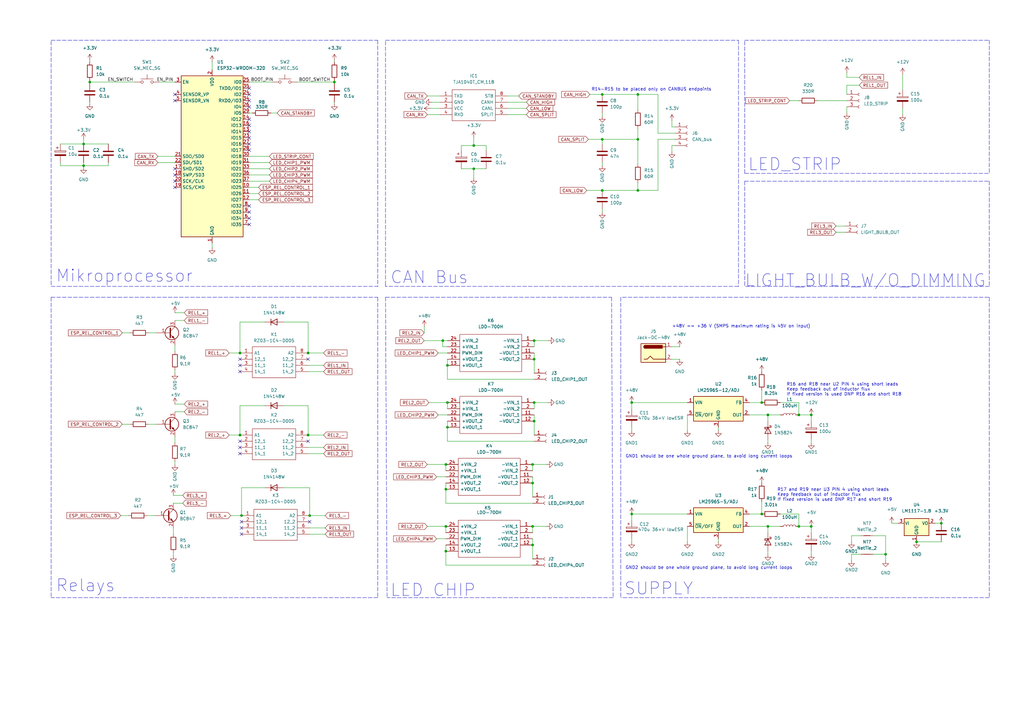
<source format=kicad_sch>
(kicad_sch (version 20211123) (generator eeschema)
  (paper "A3")
  (title_block (title "Osvetlenie") (date "2022-10-14") (rev "V0.1") (company "FEI STU") (comment 1 "Timovy projekt") (comment 2 "Osvetlenie"))
  (junction (at 127 211.455))
  (junction (at 261.62 38.735))
  (junction (at 182.88 200.66))
  (junction (at 137.16 33.655))
  (junction (at 182.88 215.9))
  (junction (at 332.74 170.18))
  (junction (at 218.44 215.9))
  (junction (at 247.015 78.105))
  (junction (at 98.425 144.78))
  (junction (at 386.08 214.63))
  (junction (at 183.515 175.26))
  (junction (at 314.96 170.18))
  (junction (at 194.31 69.215))
  (junction (at 98.425 178.435))
  (junction (at 327.66 215.9))
  (junction (at 247.015 57.15))
  (junction (at 375.92 222.25))
  (junction (at 259.08 165.1))
  (junction (at 34.29 67.945))
  (junction (at 183.515 149.86))
  (junction (at 218.44 198.12))
  (junction (at 259.08 210.82))
  (junction (at 219.075 165.1))
  (junction (at 314.96 215.9))
  (junction (at 218.44 190.5))
  (junction (at 247.015 38.735))
  (junction (at 363.22 227.33))
  (junction (at 36.83 33.655))
  (junction (at 219.075 172.72))
  (junction (at 99.06 211.455))
  (junction (at 327.66 170.18))
  (junction (at 183.515 165.1))
  (junction (at 182.88 190.5))
  (junction (at 219.075 139.7))
  (junction (at 218.44 223.52))
  (junction (at 126.365 144.78))
  (junction (at 312.42 210.82))
  (junction (at 181.61 139.7))
  (junction (at 126.365 178.435))
  (junction (at 261.62 57.15))
  (junction (at 219.075 147.32))
  (junction (at 261.62 78.105))
  (junction (at 182.88 226.06))
  (junction (at 332.74 215.9))
  (junction (at 194.31 59.69))
  (junction (at 312.42 165.1))
  (junction (at 34.29 59.055))
  (no_connect (at 102.235 41.275))
  (no_connect (at 102.235 38.735))
  (no_connect (at 102.235 43.815))
  (no_connect (at 102.235 51.435))
  (no_connect (at 102.235 89.535))
  (no_connect (at 102.235 92.075))
  (no_connect (at 71.755 69.215))
  (no_connect (at 71.755 71.755))
  (no_connect (at 71.755 74.295))
  (no_connect (at 71.755 76.835))
  (no_connect (at 71.755 38.735))
  (no_connect (at 71.755 41.275))
  (no_connect (at 102.235 36.195))
  (no_connect (at 126.365 147.32))
  (no_connect (at 98.425 147.32))
  (no_connect (at 102.235 86.995))
  (no_connect (at 102.235 84.455))
  (no_connect (at 102.235 59.055))
  (no_connect (at 102.235 61.595))
  (no_connect (at 102.235 56.515))
  (no_connect (at 102.235 53.975))
  (no_connect (at 102.235 48.895))
  (no_connect (at 98.425 149.86))
  (no_connect (at 98.425 152.4))
  (no_connect (at 98.425 180.975))
  (no_connect (at 127 213.995))
  (no_connect (at 98.425 183.515))
  (no_connect (at 98.425 186.055))
  (no_connect (at 126.365 180.975))
  (no_connect (at 99.06 213.995))
  (no_connect (at 99.06 216.535))
  (no_connect (at 99.06 219.075))
  (wire (pts (xy 314.96 215.9) (xy 320.04 215.9)))
  (wire (pts (xy 269.875 78.105) (xy 261.62 78.105)))
  (polyline (pts (xy 20.955 121.92) (xy 20.955 245.11)))
  (wire (pts (xy 108.585 200.025) (xy 99.06 200.025)))
  (polyline (pts (xy 405.765 121.92) (xy 405.765 245.11)))
  (wire (pts (xy 189.23 69.215) (xy 194.31 69.215)))
  (wire (pts (xy 349.25 229.87) (xy 349.25 227.33)))
  (wire (pts (xy 71.755 165.735) (xy 75.565 165.735)))
  (polyline (pts (xy 305.435 74.295) (xy 405.765 74.295)))
  (wire (pts (xy 93.98 178.435) (xy 98.425 178.435)))
  (wire (pts (xy 126.365 178.435) (xy 132.715 178.435)))
  (wire (pts (xy 218.44 215.9) (xy 218.44 218.44)))
  (wire (pts (xy 269.875 38.735) (xy 261.62 38.735)))
  (polyline (pts (xy 254.635 121.92) (xy 254.635 245.11)))
  (wire (pts (xy 183.515 147.32) (xy 183.515 149.86)))
  (polyline (pts (xy 305.435 74.295) (xy 305.435 117.475)))
  (wire (pts (xy 126.365 132.08) (xy 126.365 144.78)))
  (wire (pts (xy 182.88 215.9) (xy 182.88 218.44)))
  (wire (pts (xy 24.765 67.945) (xy 24.765 66.675)))
  (wire (pts (xy 347.345 43.815) (xy 347.345 46.355)))
  (wire (pts (xy 247.015 57.15) (xy 247.015 59.055)))
  (wire (pts (xy 294.64 175.26) (xy 294.64 176.53)))
  (wire (pts (xy 127 211.455) (xy 133.35 211.455)))
  (wire (pts (xy 349.25 227.33) (xy 353.06 227.33)))
  (wire (pts (xy 34.29 66.675) (xy 34.29 67.945)))
  (wire (pts (xy 276.86 54.61) (xy 269.875 54.61)))
  (wire (pts (xy 71.755 189.23) (xy 71.755 190.5)))
  (wire (pts (xy 224.155 190.5) (xy 218.44 190.5)))
  (wire (pts (xy 71.12 226.695) (xy 71.12 227.965)))
  (polyline (pts (xy 154.94 245.11) (xy 20.955 245.11)))
  (wire (pts (xy 189.23 61.595) (xy 189.23 59.69)))
  (wire (pts (xy 179.07 195.58) (xy 182.88 195.58)))
  (wire (pts (xy 327.66 210.82) (xy 327.66 215.9)))
  (wire (pts (xy 261.62 78.105) (xy 261.62 74.93)))
  (wire (pts (xy 347.345 34.925) (xy 347.345 38.735)))
  (wire (pts (xy 269.875 57.15) (xy 269.875 78.105)))
  (wire (pts (xy 275.59 59.69) (xy 275.59 62.23)))
  (wire (pts (xy 116.205 132.08) (xy 126.365 132.08)))
  (wire (pts (xy 275.59 142.24) (xy 278.765 142.24)))
  (wire (pts (xy 312.42 205.74) (xy 312.42 210.82)))
  (wire (pts (xy 332.74 180.34) (xy 332.74 181.61)))
  (wire (pts (xy 259.08 210.82) (xy 259.08 213.36)))
  (polyline (pts (xy 405.765 117.475) (xy 305.435 117.475)))
  (wire (pts (xy 102.235 74.295) (xy 110.49 74.295)))
  (polyline (pts (xy 302.895 16.51) (xy 302.895 117.475)))
  (wire (pts (xy 342.9 95.25) (xy 346.71 95.25)))
  (wire (pts (xy 347.345 29.845) (xy 347.345 31.75)))
  (wire (pts (xy 179.705 170.18) (xy 183.515 170.18)))
  (wire (pts (xy 34.29 59.055) (xy 44.45 59.055)))
  (wire (pts (xy 307.34 210.82) (xy 312.42 210.82)))
  (polyline (pts (xy 20.955 16.51) (xy 154.94 16.51)))
  (wire (pts (xy 261.62 57.15) (xy 247.015 57.15)))
  (wire (pts (xy 182.88 226.06) (xy 182.88 231.775)))
  (wire (pts (xy 183.515 175.26) (xy 183.515 180.975)))
  (wire (pts (xy 44.45 66.675) (xy 44.45 67.945)))
  (wire (pts (xy 98.425 132.08) (xy 98.425 144.78)))
  (wire (pts (xy 314.96 170.18) (xy 314.96 172.72)))
  (polyline (pts (xy 154.94 16.51) (xy 154.94 117.475)))
  (wire (pts (xy 323.85 41.275) (xy 327.66 41.275)))
  (wire (pts (xy 126.365 149.86) (xy 132.715 149.86)))
  (wire (pts (xy 219.075 147.32) (xy 219.075 153.035)))
  (wire (pts (xy 34.29 57.15) (xy 34.29 59.055)))
  (wire (pts (xy 102.235 79.375) (xy 106.045 79.375)))
  (wire (pts (xy 175.26 215.9) (xy 182.88 215.9)))
  (wire (pts (xy 358.14 219.71) (xy 363.22 219.71)))
  (wire (pts (xy 36.83 41.91) (xy 36.83 42.545)))
  (wire (pts (xy 86.995 25.4) (xy 86.995 28.575)))
  (wire (pts (xy 175.26 39.37) (xy 180.34 39.37)))
  (wire (pts (xy 175.26 46.99) (xy 180.34 46.99)))
  (wire (pts (xy 183.515 172.72) (xy 183.515 175.26)))
  (wire (pts (xy 261.62 67.31) (xy 261.62 57.15)))
  (wire (pts (xy 327.66 170.18) (xy 332.74 170.18)))
  (wire (pts (xy 269.875 54.61) (xy 269.875 38.735)))
  (wire (pts (xy 34.29 67.945) (xy 24.765 67.945)))
  (wire (pts (xy 177.165 41.91) (xy 180.34 41.91)))
  (wire (pts (xy 281.94 210.82) (xy 259.08 210.82)))
  (polyline (pts (xy 405.765 16.51) (xy 405.765 71.12)))
  (wire (pts (xy 44.45 67.945) (xy 34.29 67.945)))
  (wire (pts (xy 173.99 133.985) (xy 173.99 136.525)))
  (polyline (pts (xy 405.765 74.295) (xy 405.765 117.475)))
  (wire (pts (xy 224.79 139.7) (xy 219.075 139.7)))
  (wire (pts (xy 102.235 69.215) (xy 110.49 69.215)))
  (wire (pts (xy 194.31 69.215) (xy 194.31 73.025)))
  (wire (pts (xy 259.08 175.26) (xy 259.08 176.53)))
  (wire (pts (xy 34.29 67.945) (xy 34.29 68.58)))
  (wire (pts (xy 320.04 165.1) (xy 327.66 165.1)))
  (wire (pts (xy 71.12 206.375) (xy 74.93 206.375)))
  (wire (pts (xy 126.365 186.055) (xy 132.715 186.055)))
  (wire (pts (xy 99.06 200.025) (xy 99.06 211.455)))
  (wire (pts (xy 327.66 165.1) (xy 327.66 170.18)))
  (polyline (pts (xy 305.435 16.51) (xy 405.765 16.51)))
  (wire (pts (xy 208.28 44.45) (xy 215.9 44.45)))
  (wire (pts (xy 247.015 78.105) (xy 261.62 78.105)))
  (wire (pts (xy 218.44 206.375) (xy 182.88 206.375)))
  (wire (pts (xy 64.77 64.135) (xy 71.755 64.135)))
  (wire (pts (xy 276.86 52.07) (xy 275.59 52.07)))
  (wire (pts (xy 241.3 57.15) (xy 247.015 57.15)))
  (wire (pts (xy 218.44 223.52) (xy 218.44 229.235)))
  (wire (pts (xy 349.25 219.71) (xy 353.06 219.71)))
  (wire (pts (xy 126.365 183.515) (xy 132.715 183.515)))
  (wire (pts (xy 102.235 81.915) (xy 106.045 81.915)))
  (wire (pts (xy 49.53 211.455) (xy 52.705 211.455)))
  (wire (pts (xy 50.165 173.99) (xy 53.34 173.99)))
  (wire (pts (xy 259.08 165.1) (xy 259.08 167.64)))
  (polyline (pts (xy 158.115 116.84) (xy 158.115 16.51)))
  (wire (pts (xy 111.125 46.355) (xy 113.665 46.355)))
  (wire (pts (xy 60.325 211.455) (xy 63.5 211.455)))
  (wire (pts (xy 71.755 131.445) (xy 75.565 131.445)))
  (wire (pts (xy 218.44 195.58) (xy 218.44 198.12)))
  (wire (pts (xy 93.98 144.78) (xy 98.425 144.78)))
  (wire (pts (xy 342.9 92.71) (xy 346.71 92.71)))
  (wire (pts (xy 347.345 34.925) (xy 352.425 34.925)))
  (polyline (pts (xy 255.27 121.92) (xy 405.765 121.92)))
  (wire (pts (xy 320.04 210.82) (xy 327.66 210.82)))
  (polyline (pts (xy 405.765 245.11) (xy 254.635 245.11)))
  (polyline (pts (xy 250.825 121.92) (xy 251.46 245.11)))
  (wire (pts (xy 36.83 33.655) (xy 36.83 33.02)))
  (wire (pts (xy 175.26 190.5) (xy 182.88 190.5)))
  (wire (pts (xy 102.235 46.355) (xy 103.505 46.355)))
  (wire (pts (xy 137.16 33.655) (xy 137.16 34.29)))
  (wire (pts (xy 182.88 223.52) (xy 182.88 226.06)))
  (polyline (pts (xy 305.435 71.12) (xy 405.765 71.12)))
  (wire (pts (xy 218.44 231.775) (xy 182.88 231.775)))
  (wire (pts (xy 182.88 198.12) (xy 182.88 200.66)))
  (wire (pts (xy 173.99 139.7) (xy 181.61 139.7)))
  (wire (pts (xy 64.77 66.675) (xy 71.755 66.675)))
  (wire (pts (xy 182.88 190.5) (xy 182.88 193.04)))
  (wire (pts (xy 314.96 226.06) (xy 314.96 227.33)))
  (wire (pts (xy 219.075 170.18) (xy 219.075 172.72)))
  (wire (pts (xy 307.34 215.9) (xy 314.96 215.9)))
  (wire (pts (xy 71.755 128.27) (xy 75.565 128.27)))
  (wire (pts (xy 108.585 166.37) (xy 98.425 166.37)))
  (wire (pts (xy 199.39 61.595) (xy 199.39 59.69)))
  (wire (pts (xy 127 211.455) (xy 127 200.025)))
  (wire (pts (xy 276.86 57.15) (xy 269.875 57.15)))
  (polyline (pts (xy 251.46 245.11) (xy 158.75 245.11)))
  (wire (pts (xy 179.705 144.78) (xy 183.515 144.78)))
  (wire (pts (xy 218.44 198.12) (xy 218.44 203.835)))
  (wire (pts (xy 126.365 166.37) (xy 116.205 166.37)))
  (wire (pts (xy 314.96 180.34) (xy 314.96 181.61)))
  (wire (pts (xy 111.76 33.655) (xy 102.235 33.655)))
  (polyline (pts (xy 302.895 117.475) (xy 158.115 117.475)))
  (wire (pts (xy 218.44 220.98) (xy 218.44 223.52)))
  (wire (pts (xy 194.31 59.69) (xy 199.39 59.69)))
  (wire (pts (xy 208.28 46.99) (xy 215.9 46.99)))
  (wire (pts (xy 24.765 59.055) (xy 34.29 59.055)))
  (wire (pts (xy 208.28 39.37) (xy 212.725 39.37)))
  (wire (pts (xy 219.075 155.575) (xy 183.515 155.575)))
  (wire (pts (xy 335.28 41.275) (xy 347.345 41.275)))
  (polyline (pts (xy 154.94 121.92) (xy 154.94 245.11)))
  (wire (pts (xy 126.365 178.435) (xy 126.365 166.37)))
  (wire (pts (xy 218.44 190.5) (xy 218.44 193.04)))
  (wire (pts (xy 332.74 170.18) (xy 332.74 172.72)))
  (wire (pts (xy 358.14 227.33) (xy 363.22 227.33)))
  (wire (pts (xy 281.94 165.1) (xy 259.08 165.1)))
  (wire (pts (xy 126.365 152.4) (xy 132.715 152.4)))
  (wire (pts (xy 347.345 31.75) (xy 352.425 31.75)))
  (wire (pts (xy 312.42 160.02) (xy 312.42 165.1)))
  (wire (pts (xy 247.015 85.725) (xy 247.015 86.995)))
  (wire (pts (xy 224.155 215.9) (xy 218.44 215.9)))
  (wire (pts (xy 137.16 24.765) (xy 137.16 25.4)))
  (wire (pts (xy 275.59 147.32) (xy 278.765 147.32)))
  (wire (pts (xy 102.235 66.675) (xy 110.49 66.675)))
  (wire (pts (xy 247.015 38.735) (xy 261.62 38.735)))
  (wire (pts (xy 71.12 216.535) (xy 71.12 219.075)))
  (wire (pts (xy 219.075 165.1) (xy 219.075 167.64)))
  (polyline (pts (xy 305.435 71.12) (xy 305.435 16.51)))
  (wire (pts (xy 375.92 222.25) (xy 386.08 222.25)))
  (wire (pts (xy 365.76 214.63) (xy 368.3 214.63)))
  (wire (pts (xy 121.92 33.655) (xy 137.16 33.655)))
  (wire (pts (xy 181.61 139.7) (xy 183.515 139.7)))
  (wire (pts (xy 65.405 33.655) (xy 71.755 33.655)))
  (wire (pts (xy 175.895 165.1) (xy 183.515 165.1)))
  (wire (pts (xy 307.34 170.18) (xy 314.96 170.18)))
  (wire (pts (xy 281.94 170.18) (xy 281.94 176.53)))
  (wire (pts (xy 189.23 59.69) (xy 194.31 59.69)))
  (wire (pts (xy 314.96 215.9) (xy 314.96 218.44)))
  (wire (pts (xy 219.075 144.78) (xy 219.075 147.32)))
  (polyline (pts (xy 20.955 117.475) (xy 154.94 117.475)))
  (wire (pts (xy 71.755 141.605) (xy 71.755 144.145)))
  (wire (pts (xy 224.79 165.1) (xy 219.075 165.1)))
  (wire (pts (xy 363.22 227.33) (xy 363.22 229.87)))
  (wire (pts (xy 86.995 99.695) (xy 86.995 101.6)))
  (wire (pts (xy 176.53 44.45) (xy 180.34 44.45)))
  (wire (pts (xy 281.94 215.9) (xy 281.94 222.25)))
  (wire (pts (xy 137.16 41.91) (xy 137.16 42.545)))
  (wire (pts (xy 108.585 132.08) (xy 98.425 132.08)))
  (wire (pts (xy 370.205 44.45) (xy 370.205 46.99)))
  (wire (pts (xy 307.34 165.1) (xy 312.42 165.1)))
  (wire (pts (xy 383.54 214.63) (xy 386.08 214.63)))
  (wire (pts (xy 332.74 215.9) (xy 332.74 218.44)))
  (wire (pts (xy 137.16 33.655) (xy 137.16 33.02)))
  (wire (pts (xy 247.015 66.675) (xy 247.015 67.945)))
  (wire (pts (xy 127 219.075) (xy 133.35 219.075)))
  (wire (pts (xy 183.515 165.1) (xy 183.515 167.64)))
  (wire (pts (xy 363.22 219.71) (xy 363.22 227.33)))
  (wire (pts (xy 98.425 166.37) (xy 98.425 178.435)))
  (wire (pts (xy 261.62 52.705) (xy 261.62 57.15)))
  (wire (pts (xy 247.015 46.355) (xy 247.015 47.625)))
  (wire (pts (xy 179.07 220.98) (xy 182.88 220.98)))
  (wire (pts (xy 183.515 149.86) (xy 183.515 155.575)))
  (wire (pts (xy 194.31 69.215) (xy 199.39 69.215)))
  (wire (pts (xy 219.075 180.975) (xy 183.515 180.975)))
  (wire (pts (xy 60.96 136.525) (xy 64.135 136.525)))
  (wire (pts (xy 183.515 142.24) (xy 181.61 142.24)))
  (wire (pts (xy 102.235 64.135) (xy 110.49 64.135)))
  (wire (pts (xy 94.615 211.455) (xy 99.06 211.455)))
  (polyline (pts (xy 158.115 116.84) (xy 158.115 117.475)))
  (wire (pts (xy 71.12 203.2) (xy 74.93 203.2)))
  (wire (pts (xy 127 216.535) (xy 133.35 216.535)))
  (polyline (pts (xy 20.955 121.92) (xy 154.94 121.92)))
  (wire (pts (xy 71.755 151.765) (xy 71.755 153.035)))
  (wire (pts (xy 294.64 220.98) (xy 294.64 222.25)))
  (wire (pts (xy 327.66 215.9) (xy 332.74 215.9)))
  (wire (pts (xy 332.74 226.06) (xy 332.74 227.33)))
  (wire (pts (xy 181.61 139.7) (xy 181.61 142.24)))
  (wire (pts (xy 182.88 200.66) (xy 182.88 206.375)))
  (wire (pts (xy 71.755 168.91) (xy 75.565 168.91)))
  (wire (pts (xy 50.165 136.525) (xy 53.34 136.525)))
  (wire (pts (xy 208.28 41.91) (xy 215.9 41.91)))
  (polyline (pts (xy 158.115 16.51) (xy 302.895 16.51)))
  (wire (pts (xy 55.245 33.655) (xy 36.83 33.655)))
  (wire (pts (xy 219.075 172.72) (xy 219.075 178.435)))
  (wire (pts (xy 71.755 179.07) (xy 71.755 181.61)))
  (wire (pts (xy 102.235 76.835) (xy 106.045 76.835)))
  (wire (pts (xy 127 200.025) (xy 116.205 200.025)))
  (wire (pts (xy 240.665 78.105) (xy 247.015 78.105)))
  (wire (pts (xy 126.365 144.78) (xy 132.715 144.78)))
  (wire (pts (xy 102.235 71.755) (xy 110.49 71.755)))
  (wire (pts (xy 60.96 173.99) (xy 64.135 173.99)))
  (wire (pts (xy 36.83 33.655) (xy 36.83 34.29)))
  (wire (pts (xy 314.96 170.18) (xy 320.04 170.18)))
  (wire (pts (xy 370.205 30.48) (xy 370.205 36.83)))
  (polyline (pts (xy 158.115 121.92) (xy 250.825 121.92)))
  (wire (pts (xy 276.86 59.69) (xy 275.59 59.69)))
  (wire (pts (xy 275.59 52.07) (xy 275.59 49.53)))
  (wire (pts (xy 349.25 222.25) (xy 349.25 219.71)))
  (wire (pts (xy 241.935 38.735) (xy 247.015 38.735)))
  (polyline (pts (xy 158.115 121.92) (xy 158.75 245.11)))
  (wire (pts (xy 36.83 24.765) (xy 36.83 25.4)))
  (wire (pts (xy 261.62 45.085) (xy 261.62 38.735)))
  (wire (pts (xy 194.31 56.515) (xy 194.31 59.69)))
  (wire (pts (xy 259.08 220.98) (xy 259.08 222.25)))
  (wire (pts (xy 219.075 139.7) (xy 219.075 142.24)))
  (polyline (pts (xy 20.955 116.84) (xy 20.955 16.51)))
  (text "GND2 should be one whole ground plane, to avoid long current loops" (at 256.54 233.68 0) (effects (font (size 1.27 1.27)) (justify left bottom)))
  (text "Relays" (at 22.86 243.205 0) (effects (font (size 5 5)) (justify left bottom)))
  (text "CAN Bus" (at 160.02 116.84 0) (effects (font (size 5 5)) (justify left bottom)))
  (text "SUPPLY" (at 255.905 244.475 0) (effects (font (size 5 5)) (justify left bottom)))
  (text "R17 and R19 near U3 PIN 4 using short leads\nKeep feedback out of inductor flux\nIf fixed version is used DNP R17 and short R19" (at 318.77 205.74 0) (effects (font (size 1.27 1.27)) (justify left bottom)))
  (text "LIGHT_BULB_W/O_DIMMING" (at 305.435 118.11 0) (effects (font (size 5 5)) (justify left bottom)))
  (text "LED CHIP" (at 160.02 245.11 0) (effects (font (size 5 5)) (justify left bottom)))
  (text "R14-R15 to be placed only on CANBUS endpoints" (at 242.57 37.465 0) (effects (font (size 1.27 1.27)) (justify left bottom)))
  (text "GND1 should be one whole ground plane, to avoid long current loops" (at 256.54 187.96 0) (effects (font (size 1.27 1.27)) (justify left bottom)))
  (text "Mikroprocessor" (at 22.86 116.205 0) (effects (font (size 5 5)) (justify left bottom)))
  (text "R16 and R18 near U2 PIN 4 using short leads\nKeep feedback out of inductor flux\nIf fixed version is used DNP R16 and short R18" (at 322.58 162.56 0) (effects (font (size 1.27 1.27)) (justify left bottom)))
  (text "+48V == +36 V (SMPS maximum rating is 45V on input)" (at 275.59 134.62 0) (effects (font (size 1.27 1.27)) (justify left bottom)))
  (text "LED_STRIP" (at 306.705 70.485 0) (effects (font (size 5 5)) (justify left bottom)))
  (label "EN_SWITCH" (at 54.61 33.655 180))
  (label "BOOT_SWITCH" (at 122.555 33.655 0))
  (label "EN_PIN" (at 71.12 33.655 180))
  (label "BOOT_PIN" (at 102.87 33.655 0))
  (global_label "REL2_OUT" (shape input) (at 175.26 190.5 180) (property "Intersheet References" "${INTERSHEET_REFS}" (effects hide)))
  (global_label "LED_STRIP_CONT" (shape input) (at 323.85 41.275 180) (property "Intersheet References" "${INTERSHEET_REFS}" (effects hide)))
  (global_label "REL1_-" (shape input) (at 132.715 144.78 0) (property "Intersheet References" "${INTERSHEET_REFS}" (effects hide)))
  (global_label "REL2_+" (shape input) (at 75.565 165.735 0) (property "Intersheet References" "${INTERSHEET_REFS}" (effects hide)))
  (global_label "REL1_+" (shape input) (at 75.565 128.27 0) (property "Intersheet References" "${INTERSHEET_REFS}" (effects hide)))
  (global_label "REL1_IN" (shape input) (at 132.715 149.86 0) (property "Intersheet References" "${INTERSHEET_REFS}" (effects hide)))
  (global_label "REL2_+" (shape input) (at 93.98 178.435 180) (property "Intersheet References" "${INTERSHEET_REFS}" (effects hide)))
  (global_label "REL3_-" (shape input) (at 74.93 206.375 0) (property "Intersheet References" "${INTERSHEET_REFS}" (effects hide)))
  (global_label "REL3_IN" (shape input) (at 133.35 216.535 0) (property "Intersheet References" "${INTERSHEET_REFS}" (effects hide)))
  (global_label "LED_STRIP_CONT" (shape input) (at 110.49 64.135 0) (property "Intersheet References" "${INTERSHEET_REFS}" (effects hide)))
  (global_label "ESP_REL_CONTROL_1" (shape input) (at 106.045 76.835 0) (property "Intersheet References" "${INTERSHEET_REFS}" (effects hide)))
  (global_label "CAN_SPLIT" (shape input) (at 241.3 57.15 180) (property "Intersheet References" "${INTERSHEET_REFS}" (effects hide)))
  (global_label "CAN_HIGH" (shape input) (at 241.935 38.735 180) (property "Intersheet References" "${INTERSHEET_REFS}" (effects hide)))
  (global_label "CAN_LOW" (shape input) (at 215.9 44.45 0) (property "Intersheet References" "${INTERSHEET_REFS}" (effects hide)))
  (global_label "REL1_-" (shape input) (at 75.565 131.445 0) (property "Intersheet References" "${INTERSHEET_REFS}" (effects hide)))
  (global_label "LED_CHIP1_PWM" (shape input) (at 179.705 144.78 180) (property "Intersheet References" "${INTERSHEET_REFS}" (effects hide)))
  (global_label "ESP_REL_CONTROL_3" (shape input) (at 49.53 211.455 180) (property "Intersheet References" "${INTERSHEET_REFS}" (effects hide)))
  (global_label "REL3_+" (shape input) (at 74.93 203.2 0) (property "Intersheet References" "${INTERSHEET_REFS}" (effects hide)))
  (global_label "LED_CHIP3_PWM" (shape input) (at 110.49 71.755 0) (property "Intersheet References" "${INTERSHEET_REFS}" (effects hide)))
  (global_label "REL2_OUT" (shape input) (at 173.99 139.7 180) (property "Intersheet References" "${INTERSHEET_REFS}" (effects hide)))
  (global_label "ESP_REL_CONTROL_2" (shape input) (at 106.045 79.375 0) (property "Intersheet References" "${INTERSHEET_REFS}" (effects hide)))
  (global_label "REL2_OUT" (shape input) (at 132.715 186.055 0) (property "Intersheet References" "${INTERSHEET_REFS}" (effects hide)))
  (global_label "LED_CHIP1_PWM" (shape input) (at 110.49 66.675 0) (property "Intersheet References" "${INTERSHEET_REFS}" (effects hide)))
  (global_label "ESP_REL_CONTROL_3" (shape input) (at 106.045 81.915 0) (property "Intersheet References" "${INTERSHEET_REFS}" (effects hide)))
  (global_label "REL3_-" (shape input) (at 133.35 211.455 0) (property "Intersheet References" "${INTERSHEET_REFS}" (effects hide)))
  (global_label "REL3_OUT" (shape input) (at 342.9 95.25 180) (property "Intersheet References" "${INTERSHEET_REFS}" (effects hide)))
  (global_label "CAN_STANDBY" (shape input) (at 113.665 46.355 0) (property "Intersheet References" "${INTERSHEET_REFS}" (effects hide)))
  (global_label "ESP_REL_CONTROL_1" (shape input) (at 50.165 136.525 180) (property "Intersheet References" "${INTERSHEET_REFS}" (effects hide)))
  (global_label "LED_CHIP4_PWM" (shape input) (at 179.07 220.98 180) (property "Intersheet References" "${INTERSHEET_REFS}" (effects hide)))
  (global_label "CAN_RX" (shape input) (at 175.26 46.99 180) (property "Intersheet References" "${INTERSHEET_REFS}" (effects hide)))
  (global_label "CAN_TX" (shape input) (at 175.26 39.37 180) (property "Intersheet References" "${INTERSHEET_REFS}" (effects hide)))
  (global_label "REL1_+" (shape input) (at 93.98 144.78 180) (property "Intersheet References" "${INTERSHEET_REFS}" (effects hide)))
  (global_label "REL3_+" (shape input) (at 94.615 211.455 180) (property "Intersheet References" "${INTERSHEET_REFS}" (effects hide)))
  (global_label "CAN_RX" (shape input) (at 64.77 66.675 180) (property "Intersheet References" "${INTERSHEET_REFS}" (effects hide)))
  (global_label "REL2_OUT" (shape input) (at 175.26 215.9 180) (property "Intersheet References" "${INTERSHEET_REFS}" (effects hide)))
  (global_label "REL2_IN" (shape input) (at 132.715 183.515 0) (property "Intersheet References" "${INTERSHEET_REFS}" (effects hide)))
  (global_label "REL2_-" (shape input) (at 132.715 178.435 0) (property "Intersheet References" "${INTERSHEET_REFS}" (effects hide)))
  (global_label "CAN_LOW" (shape input) (at 240.665 78.105 180) (property "Intersheet References" "${INTERSHEET_REFS}" (effects hide)))
  (global_label "REL1_IN" (shape input) (at 352.425 31.75 0) (property "Intersheet References" "${INTERSHEET_REFS}" (effects hide)))
  (global_label "LED_CHIP2_PWM" (shape input) (at 179.705 170.18 180) (property "Intersheet References" "${INTERSHEET_REFS}" (effects hide)))
  (global_label "REL1_OUT" (shape input) (at 132.715 152.4 0) (property "Intersheet References" "${INTERSHEET_REFS}" (effects hide)))
  (global_label "LED_CHIP3_PWM" (shape input) (at 179.07 195.58 180) (property "Intersheet References" "${INTERSHEET_REFS}" (effects hide)))
  (global_label "REL2_IN" (shape input) (at 173.99 136.525 180) (property "Intersheet References" "${INTERSHEET_REFS}" (effects hide)))
  (global_label "REL3_OUT" (shape input) (at 133.35 219.075 0) (property "Intersheet References" "${INTERSHEET_REFS}" (effects hide)))
  (global_label "REL2_OUT" (shape input) (at 175.895 165.1 180) (property "Intersheet References" "${INTERSHEET_REFS}" (effects hide)))
  (global_label "REL2_-" (shape input) (at 75.565 168.91 0) (property "Intersheet References" "${INTERSHEET_REFS}" (effects hide)))
  (global_label "CAN_SPLIT" (shape input) (at 215.9 46.99 0) (property "Intersheet References" "${INTERSHEET_REFS}" (effects hide)))
  (global_label "REL3_IN" (shape input) (at 342.9 92.71 180) (property "Intersheet References" "${INTERSHEET_REFS}" (effects hide)))
  (global_label "CAN_STANDBY" (shape input) (at 212.725 39.37 0) (property "Intersheet References" "${INTERSHEET_REFS}" (effects hide)))
  (global_label "CAN_HIGH" (shape input) (at 215.9 41.91 0) (property "Intersheet References" "${INTERSHEET_REFS}" (effects hide)))
  (global_label "CAN_TX" (shape input) (at 64.77 64.135 180) (property "Intersheet References" "${INTERSHEET_REFS}" (effects hide)))
  (global_label "REL1_OUT" (shape input) (at 352.425 34.925 0) (property "Intersheet References" "${INTERSHEET_REFS}" (effects hide)))
  (global_label "LED_CHIP4_PWM" (shape input) (at 110.49 74.295 0) (property "Intersheet References" "${INTERSHEET_REFS}" (effects hide)))
  (global_label "ESP_REL_CONTROL_2" (shape input) (at 50.165 173.99 180) (property "Intersheet References" "${INTERSHEET_REFS}" (effects hide)))
  (global_label "LED_CHIP2_PWM" (shape input) (at 110.49 69.215 0) (property "Intersheet References" "${INTERSHEET_REFS}" (effects hide)))
  (symbol (lib_id "power:GND") (at 224.155 215.9 90) (unit 1)
    (property "Reference" "#PWR025" (effects hide))
    (property "Value" "GND" (at 231.14 215.9 90) (effects (justify left)))
  )
  (symbol (lib_id "power:GND2") (at 259.08 222.25 0) (unit 1)
    (property "Reference" "#PWR034" (effects hide))
    (property "Value" "GND2" (at 259.08 227.33 0))
  )
  (symbol (lib_id "SamacSys_Parts:RZ03-1C4-D005") (at 99.06 211.455 0) (unit 1)
    (property "Reference" "K3" (at 113.03 203.2 0))
    (property "Value" "RZ03-1C4-D005" (at 113.03 205.74 0))
    (property "Footprint" "SamacSys_Parts:RZ03_1-FORM-C_" (effects hide))
    (property "Datasheet" "http://www.te.com/commerce/DocumentDelivery/DDEController?Action=srchrtrv&DocNm=RZ&DocType=DS&DocLang=English" (effects hide))
    (property "Description" "SPDT Through Hole Non-Latching Relay Solder, 16 A, 5V dc" (effects hide))
    (property "Manufacturer_Name" "TE Connectivity" (effects hide))
    (property "Manufacturer_Part_Number" "RZ03-1C4-D005" (effects hide))
    (property "Mouser Part Number" "655-RZ03-1C4-D005" (effects hide))
    (property "Mouser Price/Stock" "https://www.mouser.co.uk/ProductDetail/TE-Connectivity-Schrack/RZ03-1C4-D005?qs=dYXNwzWE5musHDgN0Xv3cA%3D%3D" (effects hide))
    (property "Arrow Part Number" "RZ03-1C4-D005" (effects hide))
    (property "Arrow Price/Stock" "https://www.arrow.com/en/products/rz03-1c4-d005/te-connectivity?region=nac" (effects hide))
  )
  (symbol (lib_id "Switch:SW_MEC_5G") (at 60.325 33.655 0) (unit 1)
    (property "Reference" "SW1" (at 60.325 25.4 0))
    (property "Value" "SW_MEC_5G" (at 60.325 27.94 0))
    (property "Footprint" "Button_Switch_SMD:SW_SPST_EVQPE1" (effects hide))
    (property "Datasheet" "http://www.apem.com/int/index.php?controller=attachment&id_attachment=488" (effects hide))
  )
  (symbol (lib_id "power:GND") (at 347.345 46.355 0) (mirror y) (unit 1)
    (property "Reference" "#PWR052" (effects hide))
    (property "Value" "GND" (at 347.345 53.34 90) (effects (justify left)))
  )
  (symbol (lib_id "Device:R") (at 316.23 210.82 270) (mirror x) (unit 1)
    (property "Reference" "R19" (at 316.23 204.47 90))
    (property "Value" "3.01k" (at 316.23 207.01 90))
    (property "Footprint" "Resistor_SMD:R_0402_1005Metric" (effects hide))
  )
  (symbol (lib_id "power:GND") (at 247.015 67.945 0) (mirror y) (unit 1)
    (property "Reference" "#PWR029" (effects hide))
    (property "Value" "GND" (at 247.015 74.93 90) (effects (justify left)))
  )
  (symbol (lib_id "power:GND2") (at 349.25 229.87 0) (unit 1)
    (property "Reference" "#PWR?" (effects hide))
    (property "Value" "GND2" (at 349.25 233.68 0))
  )
  (symbol (lib_id "SamacSys_Parts:LDD-700H") (at 219.075 165.1 0) (mirror y) (unit 1)
    (property "Reference" "K7" (at 201.295 157.48 0))
    (property "Value" "LDD-700H" (at 201.295 160.02 0))
    (property "Footprint" "SamacSys_Parts:LDD-700H" (effects hide))
    (property "Datasheet" "https://datasheet.datasheetarchive.com/originals/distributors/DKDS-14/277847.pdf" (effects hide))
    (property "Description" "LED Power Supplies 9-56Vin 2-52Vout 700mA LED Driver" (effects hide))
    (property "Manufacturer_Name" "Mean Well" (effects hide))
    (property "Manufacturer_Part_Number" "LDD-700H" (effects hide))
    (property "Mouser Part Number" "709-LDD-700H" (effects hide))
    (property "Mouser Price/Stock" "https://www.mouser.co.uk/ProductDetail/MEAN-WELL/LDD-700H?qs=erfQA2AIGbXYF3x8KGE0pA%3D%3D" (effects hide))
    (property "Arrow Part Number" "LDD-700H" (effects hide))
    (property "Arrow Price/Stock" "https://www.arrow.com/en/products/ldd-700h/mean-well-enterprises" (effects hide))
  )
  (symbol (lib_id "Connector:Conn_01x02_Female") (at 223.52 229.235 0) (unit 1)
    (property "Reference" "J2" (at 224.79 229.2349 0) (effects (justify left)))
    (property "Value" "LED_CHIP4_OUT" (at 224.79 231.7749 0) (effects (justify left)))
    (property "Footprint" "Connector_Phoenix_MSTB:PhoenixContact_MSTBA_2,5_2-G_1x02_P5.00mm_Horizontal" (effects hide))
  )
  (symbol (lib_id "Transistor_BJT:BC847") (at 69.215 173.99 0) (unit 1)
    (property "Reference" "Q3" (at 74.93 172.7199 0) (effects (justify left)))
    (property "Value" "BC847" (at 74.93 175.2599 0) (effects (justify left)))
    (property "Footprint" "Package_TO_SOT_SMD:SOT-23" (effects hide))
    (property "Datasheet" "http://www.infineon.com/dgdl/Infineon-BC847SERIES_BC848SERIES_BC849SERIES_BC850SERIES-DS-v01_01-en.pdf?fileId=db3a304314dca389011541d4630a1657" (effects hide))
  )
  (symbol (lib_id "Device:R") (at 312.42 156.21 0) (mirror x) (unit 1)
    (property "Reference" "R16" (at 310.515 154.9399 0) (effects (justify right)))
    (property "Value" "1k" (at 310.515 157.4799 0) (effects (justify right)))
    (property "Footprint" "Resistor_SMD:R_0402_1005Metric" (effects hide))
  )
  (symbol (lib_id "power:+48V") (at 312.42 152.4 0) (unit 1)
    (property "Reference" "#PWR043" (effects hide))
    (property "Value" "+48V" (at 312.42 147.32 0))
  )
  (symbol (lib_id "Device:C_Polarized") (at 259.08 217.17 0) (unit 1)
    (property "Reference" "C12" (at 262.255 215.0109 0) (effects (justify left)))
    (property "Value" "470u 36+V lowESR" (at 261.62 217.17 0) (effects (justify left)))
    (property "Footprint" "Capacitor_THT:CP_Radial_D12.5mm_P5.00mm" (effects hide))
  )
  (symbol (lib_id "power:+3.3V") (at 34.29 57.15 0) (unit 1)
    (property "Reference" "#PWR01" (effects hide))
    (property "Value" "+3.3V" (at 34.29 53.34 0))
  )
  (symbol (lib_id "Device:NetTie_2") (at 355.6 219.71 0) (unit 1)
    (property "Reference" "NT?" (at 355.6 214.63 0))
    (property "Value" "NetTie_2" (at 355.6 217.17 0))
    (property "Footprint" "NetTie:NetTie-2_SMD_Pad2.0mm" (effects hide))
  )
  (symbol (lib_id "Device:R") (at 261.62 48.895 0) (unit 1)
    (property "Reference" "R14" (at 264.16 47.6249 0) (effects (justify left)))
    (property "Value" "60R" (at 264.16 50.1649 0) (effects (justify left)))
    (property "Footprint" "Resistor_SMD:R_0402_1005Metric" (effects hide))
  )
  (symbol (lib_id "SamacSys_Parts:RZ03-1C4-D005") (at 98.425 144.78 0) (unit 1)
    (property "Reference" "K1" (at 112.395 137.16 0))
    (property "Value" "RZ03-1C4-D005" (at 112.395 139.7 0))
    (property "Footprint" "SamacSys_Parts:RZ03_1-FORM-C_" (effects hide))
    (property "Datasheet" "http://www.te.com/commerce/DocumentDelivery/DDEController?Action=srchrtrv&DocNm=RZ&DocType=DS&DocLang=English" (effects hide))
    (property "Description" "SPDT Through Hole Non-Latching Relay Solder, 16 A, 5V dc" (effects hide))
    (property "Manufacturer_Name" "TE Connectivity" (effects hide))
    (property "Manufacturer_Part_Number" "RZ03-1C4-D005" (effects hide))
    (property "Mouser Part Number" "655-RZ03-1C4-D005" (effects hide))
    (property "Mouser Price/Stock" "https://www.mouser.co.uk/ProductDetail/TE-Connectivity-Schrack/RZ03-1C4-D005?qs=dYXNwzWE5musHDgN0Xv3cA%3D%3D" (effects hide))
    (property "Arrow Part Number" "RZ03-1C4-D005" (effects hide))
    (property "Arrow Price/Stock" "https://www.arrow.com/en/products/rz03-1c4-d005/te-connectivity?region=nac" (effects hide))
  )
  (symbol (lib_id "power:GND") (at 34.29 68.58 0) (unit 1)
    (property "Reference" "#PWR02" (effects hide))
    (property "Value" "GND" (at 34.29 73.66 0))
  )
  (symbol (lib_id "power:+3.3V") (at 86.995 25.4 0) (unit 1)
    (property "Reference" "#PWR011" (effects hide))
    (property "Value" "+3.3V" (at 86.995 20.32 0))
  )
  (symbol (lib_id "power:GND") (at 363.22 229.87 0) (unit 1)
    (property "Reference" "#PWR?" (effects hide))
    (property "Value" "GND" (at 363.22 234.95 0))
  )
  (symbol (lib_id "Device:C") (at 44.45 62.865 0) (unit 1)
    (property "Reference" "C4" (at 48.26 61.5949 0) (effects (justify left)))
    (property "Value" "0.1u" (at 48.26 64.1349 0) (effects (justify left)))
    (property "Footprint" "Capacitor_SMD:C_0603_1608Metric" (effects hide))
  )
  (symbol (lib_id "Device:C") (at 199.39 65.405 180) (unit 1)
    (property "Reference" "C7" (at 203.2 64.1349 0) (effects (justify right)))
    (property "Value" "0.1u" (at 203.2 66.6749 0) (effects (justify right)))
    (property "Footprint" "Capacitor_SMD:C_0603_1608Metric" (effects hide))
  )
  (symbol (lib_id "Device:R") (at 316.23 165.1 270) (mirror x) (unit 1)
    (property "Reference" "R18" (at 316.23 158.75 90))
    (property "Value" "8.25k" (at 316.23 161.29 90))
    (property "Footprint" "Resistor_SMD:R_0402_1005Metric" (effects hide))
  )
  (symbol (lib_id "Device:R") (at 36.83 29.21 0) (unit 1)
    (property "Reference" "R1" (at 39.37 27.9399 0) (effects (justify left)))
    (property "Value" "10k" (at 39.37 30.4799 0) (effects (justify left)))
    (property "Footprint" "Resistor_SMD:R_0402_1005Metric" (effects hide))
  )
  (symbol (lib_id "power:GND") (at 247.015 47.625 0) (mirror y) (unit 1)
    (property "Reference" "#PWR028" (effects hide))
    (property "Value" "GND" (at 247.015 54.61 90) (effects (justify left)))
  )
  (symbol (lib_id "SamacSys_Parts:TJA1040T_CM,118") (at 180.34 39.37 0) (unit 1)
    (property "Reference" "IC1" (at 194.31 31.115 0))
    (property "Value" "TJA1040T_CM,118" (at 194.31 33.655 0))
    (property "Footprint" "SamacSys_Parts:SOIC127P600X175-8N" (effects hide))
    (property "Datasheet" "http://www.nxp.com/docs/en/data-sheet/TJA1040.pdf" (effects hide))
    (property "Description" "CAN Interface IC High-speed CAN transceiver with standby mode" (effects hide))
    (property "Height" "1.75" (effects hide))
    (property "Manufacturer_Name" "NXP" (effects hide))
    (property "Manufacturer_Part_Number" "TJA1040T/CM,118" (effects hide))
    (property "Mouser Part Number" "771-TJA1040T/CM118" (effects hide))
    (property "Mouser Price/Stock" "https://www.mouser.co.uk/ProductDetail/NXP-Semiconductors/TJA1040T-CM118?qs=5XOdhvmYM0NSGbC3XPvNbw%3D%3D" (effects hide))
    (property "Arrow Part Number" "TJA1040T/CM,118" (effects hide))
    (property "Arrow Price/Stock" "https://www.arrow.com/en/products/tja1040tcm118/nxp-semiconductors?region=nac" (effects hide))
  )
  (symbol (lib_id "Device:C") (at 386.08 218.44 180) (unit 1)
    (property "Reference" "C16" (at 389.89 217.1699 0) (effects (justify right)))
    (property "Value" "0.1u" (at 389.89 219.7099 0) (effects (justify right)))
    (property "Footprint" "Capacitor_SMD:C_0603_1608Metric" (effects hide))
  )
  (symbol (lib_id "power:GND") (at 278.765 147.32 0) (unit 1)
    (property "Reference" "#PWR038" (effects hide))
    (property "Value" "GND" (at 278.765 152.4 0))
  )
  (symbol (lib_id "SamacSys_Parts:LDD-700H") (at 218.44 190.5 0) (mirror y) (unit 1)
    (property "Reference" "K4" (at 200.66 182.88 0))
    (property "Value" "LDD-700H" (at 200.66 185.42 0))
    (property "Footprint" "SamacSys_Parts:LDD-700H" (effects hide))
    (property "Datasheet" "https://datasheet.datasheetarchive.com/originals/distributors/DKDS-14/277847.pdf" (effects hide))
    (property "Description" "LED Power Supplies 9-56Vin 2-52Vout 700mA LED Driver" (effects hide))
    (property "Manufacturer_Name" "Mean Well" (effects hide))
    (property "Manufacturer_Part_Number" "LDD-700H" (effects hide))
    (property "Mouser Part Number" "709-LDD-700H" (effects hide))
    (property "Mouser Price/Stock" "https://www.mouser.co.uk/ProductDetail/MEAN-WELL/LDD-700H?qs=erfQA2AIGbXYF3x8KGE0pA%3D%3D" (effects hide))
    (property "Arrow Part Number" "LDD-700H" (effects hide))
    (property "Arrow Price/Stock" "https://www.arrow.com/en/products/ldd-700h/mean-well-enterprises" (effects hide))
  )
  (symbol (lib_id "Device:C_Polarized") (at 370.205 40.64 0) (unit 1)
    (property "Reference" "C15" (at 373.38 38.4809 0) (effects (justify left)))
    (property "Value" "100u" (at 373.38 41.0209 0) (effects (justify left)))
    (property "Footprint" "Capacitor_SMD:C_Elec_6.3x5.8" (effects hide))
  )
  (symbol (lib_id "power:GND") (at 137.16 42.545 0) (mirror y) (unit 1)
    (property "Reference" "#PWR014" (effects hide))
    (property "Value" "GND" (at 137.16 47.625 0))
  )
  (symbol (lib_id "Diode:1N4148W") (at 112.395 166.37 0) (unit 1)
    (property "Reference" "D2" (at 112.395 160.02 0))
    (property "Value" "1N4148W" (at 112.395 162.56 0))
    (property "Footprint" "Diode_SMD:D_SOD-123" (effects hide))
    (property "Datasheet" "https://www.vishay.com/docs/85748/1n4148w.pdf" (effects hide))
  )
  (symbol (lib_id "Device:R") (at 57.15 136.525 90) (unit 1)
    (property "Reference" "R3" (at 57.15 130.175 90))
    (property "Value" "4k7" (at 57.15 132.715 90))
    (property "Footprint" "Resistor_SMD:R_0402_1005Metric" (effects hide))
  )
  (symbol (lib_id "power:+48V") (at 278.765 142.24 0) (unit 1)
    (property "Reference" "#PWR037" (effects hide))
    (property "Value" "+48V" (at 278.765 137.16 0))
  )
  (symbol (lib_id "power:GND") (at 370.205 46.99 0) (mirror y) (unit 1)
    (property "Reference" "#PWR055" (effects hide))
    (property "Value" "GND" (at 370.205 53.975 90) (effects (justify left)))
  )
  (symbol (lib_id "power:GND") (at 224.79 165.1 90) (unit 1)
    (property "Reference" "#PWR027" (effects hide))
    (property "Value" "GND" (at 231.775 165.1 90) (effects (justify left)))
  )
  (symbol (lib_id "power:GND") (at 71.12 227.965 0) (mirror y) (unit 1)
    (property "Reference" "#PWR06" (effects hide))
    (property "Value" "GND" (at 71.12 234.95 90) (effects (justify left)))
  )
  (symbol (lib_id "power:+12V") (at 332.74 170.18 0) (unit 1)
    (property "Reference" "#PWR047" (effects hide))
    (property "Value" "+12V" (at 332.74 165.1 0))
  )
  (symbol (lib_id "power:GND") (at 71.755 153.035 0) (mirror y) (unit 1)
    (property "Reference" "#PWR08" (effects hide))
    (property "Value" "GND" (at 71.755 160.02 90) (effects (justify left)))
  )
  (symbol (lib_id "Device:D_Schottky") (at 314.96 222.25 270) (unit 1)
    (property "Reference" "D5" (at 317.5 220.6624 90) (effects (justify left)))
    (property "Value" "1N5824" (at 317.5 223.2024 90) (effects (justify left)))
    (property "Footprint" "Diode_SMD:D_SMA" (effects hide))
  )
  (symbol (lib_id "power:GND1") (at 332.74 181.61 0) (unit 1)
    (property "Reference" "#PWR048" (effects hide))
    (property "Value" "GND1" (at 332.74 185.42 0))
  )
  (symbol (lib_id "Device:R") (at 107.315 46.355 270) (unit 1)
    (property "Reference" "R8" (at 107.315 41.91 90))
    (property "Value" "330R" (at 107.315 43.815 90))
    (property "Footprint" "Resistor_SMD:R_0402_1005Metric" (effects hide))
  )
  (symbol (lib_id "power:GND") (at 224.155 190.5 90) (unit 1)
    (property "Reference" "#PWR024" (effects hide))
    (property "Value" "GND" (at 231.14 190.5 90) (effects (justify left)))
  )
  (symbol (lib_id "Device:D_Schottky") (at 314.96 176.53 270) (unit 1)
    (property "Reference" "D4" (at 317.5 174.9424 90) (effects (justify left)))
    (property "Value" "1N5824" (at 317.5 177.4824 90) (effects (justify left)))
    (property "Footprint" "Diode_SMD:D_SMA" (effects hide))
  )
  (symbol (lib_id "power:GND") (at 275.59 62.23 0) (mirror y) (unit 1)
    (property "Reference" "#PWR036" (effects hide))
    (property "Value" "GND" (at 275.59 69.215 90) (effects (justify left)))
  )
  (symbol (lib_id "Diode:1N4148W") (at 112.395 200.025 0) (unit 1)
    (property "Reference" "D3" (at 112.395 193.04 0))
    (property "Value" "1N4148W" (at 112.395 195.58 0))
    (property "Footprint" "Diode_SMD:D_SOD-123" (effects hide))
    (property "Datasheet" "https://www.vishay.com/docs/85748/1n4148w.pdf" (effects hide))
  )
  (symbol (lib_id "power:+5V") (at 71.12 203.2 0) (unit 1)
    (property "Reference" "#PWR05" (effects hide))
    (property "Value" "+5V" (at 69.215 199.39 0) (effects (justify left)))
  )
  (symbol (lib_id "Connector:Conn_01x02_Female") (at 224.155 153.035 0) (unit 1)
    (property "Reference" "J3" (at 226.06 153.0349 0) (effects (justify left)))
    (property "Value" "LED_CHIP1_OUT" (at 226.06 155.5749 0) (effects (justify left)))
    (property "Footprint" "Connector_Phoenix_MSTB:PhoenixContact_MSTBA_2,5_2-G_1x02_P5.00mm_Horizontal" (effects hide))
  )
  (symbol (lib_id "Regulator_Switching:LM2596S-3.3") (at 294.64 213.36 0) (unit 1)
    (property "Reference" "U3" (at 294.64 203.2 0))
    (property "Value" "LM2596S-5/ADJ" (at 294.64 205.74 0))
    (property "Footprint" "Package_TO_SOT_SMD:TO-263-5_TabPin3" (effects hide))
    (property "Datasheet" "http://www.ti.com/lit/ds/symlink/lm2596.pdf" (effects hide))
  )
  (symbol (lib_id "power:+12V") (at 347.345 29.845 0) (unit 1)
    (property "Reference" "#PWR051" (effects hide))
    (property "Value" "+12V" (at 347.345 24.765 0))
  )
  (symbol (lib_id "Device:C_Polarized") (at 332.74 222.25 0) (unit 1)
    (property "Reference" "C14" (at 335.915 220.0909 0) (effects (justify left)))
    (property "Value" "100u" (at 335.915 222.6309 0) (effects (justify left)))
    (property "Footprint" "Capacitor_SMD:C_Elec_6.3x5.8" (effects hide))
  )
  (symbol (lib_id "Device:R") (at 312.42 201.93 0) (mirror x) (unit 1)
    (property "Reference" "R17" (at 310.515 200.6599 0) (effects (justify right)))
    (property "Value" "1k" (at 310.515 203.1999 0) (effects (justify right)))
    (property "Footprint" "Resistor_SMD:R_0402_1005Metric" (effects hide))
  )
  (symbol (lib_id "power:GND") (at 247.015 86.995 0) (mirror y) (unit 1)
    (property "Reference" "#PWR030" (effects hide))
    (property "Value" "GND" (at 247.015 93.98 90) (effects (justify left)))
  )
  (symbol (lib_id "Device:R") (at 71.12 222.885 0) (unit 1)
    (property "Reference" "R5" (at 73.66 221.6149 0) (effects (justify left)))
    (property "Value" "9.1R" (at 73.66 224.1549 0) (effects (justify left)))
    (property "Footprint" "Resistor_SMD:R_1206_3216Metric" (effects hide))
  )
  (symbol (lib_id "Device:L") (at 323.85 215.9 90) (unit 1)
    (property "Reference" "L2" (at 323.85 209.55 90))
    (property "Value" "100uH" (at 323.85 212.09 90))
    (property "Footprint" "Inductor_SMD:L_Bourns_SRP1770TA_16.9x16.9mm" (effects hide))
  )
  (symbol (lib_id "power:+48V") (at 173.99 133.985 0) (unit 1)
    (property "Reference" "#PWR015" (effects hide))
    (property "Value" "+48V" (at 173.99 129.54 0))
  )
  (symbol (lib_id "Device:C") (at 34.29 62.865 180) (unit 1)
    (property "Reference" "C2" (at 38.1 61.5949 0) (effects (justify right)))
    (property "Value" "0.1u" (at 38.1 64.1349 0) (effects (justify right)))
    (property "Footprint" "Capacitor_SMD:C_0603_1608Metric" (effects hide))
  )
  (symbol (lib_id "power:+3.3V") (at 36.83 24.765 0) (unit 1)
    (property "Reference" "#PWR03" (effects hide))
    (property "Value" "+3.3V" (at 36.83 19.685 0))
  )
  (symbol (lib_id "power:GND") (at 177.165 41.91 270) (mirror x) (unit 1)
    (property "Reference" "#PWR016" (effects hide))
    (property "Value" "GND" (at 170.18 41.91 90) (effects (justify left)))
  )
  (symbol (lib_id "power:GND") (at 375.92 222.25 0) (unit 1)
    (property "Reference" "#PWR056" (effects hide))
    (property "Value" "GND" (at 375.92 227.33 0))
  )
  (symbol (lib_id "power:+48V") (at 259.08 210.82 0) (unit 1)
    (property "Reference" "#PWR033" (effects hide))
    (property "Value" "+48V" (at 259.08 205.74 0))
  )
  (symbol (lib_id "SamacSys_Parts:LDD-700H") (at 219.075 139.7 0) (mirror y) (unit 1)
    (property "Reference" "K6" (at 201.295 131.445 0))
    (property "Value" "LDD-700H" (at 201.295 133.985 0))
    (property "Footprint" "SamacSys_Parts:LDD-700H" (effects hide))
    (property "Datasheet" "https://datasheet.datasheetarchive.com/originals/distributors/DKDS-14/277847.pdf" (effects hide))
    (property "Description" "LED Power Supplies 9-56Vin 2-52Vout 700mA LED Driver" (effects hide))
    (property "Manufacturer_Name" "Mean Well" (effects hide))
    (property "Manufacturer_Part_Number" "LDD-700H" (effects hide))
    (property "Mouser Part Number" "709-LDD-700H" (effects hide))
    (property "Mouser Price/Stock" "https://www.mouser.co.uk/ProductDetail/MEAN-WELL/LDD-700H?qs=erfQA2AIGbXYF3x8KGE0pA%3D%3D" (effects hide))
    (property "Arrow Part Number" "LDD-700H" (effects hide))
    (property "Arrow Price/Stock" "https://www.arrow.com/en/products/ldd-700h/mean-well-enterprises" (effects hide))
  )
  (symbol (lib_id "Device:C_Polarized") (at 189.23 65.405 0) (unit 1)
    (property "Reference" "C6" (at 193.04 63.2459 0) (effects (justify left)))
    (property "Value" "10u" (at 193.04 65.7859 0) (effects (justify left)))
    (property "Footprint" "Capacitor_SMD:C_0805_2012Metric" (effects hide))
  )
  (symbol (lib_id "power:GND1") (at 281.94 176.53 0) (unit 1)
    (property "Reference" "#PWR039" (effects hide))
    (property "Value" "GND1" (at 281.94 181.61 0))
  )
  (symbol (lib_id "RF_Module:ESP32-WROOM-32D") (at 86.995 64.135 0) (unit 1)
    (property "Reference" "U1" (at 89.0144 25.4 0) (effects (justify left)))
    (property "Value" "ESP32-WROOM-32D" (at 89.0144 27.94 0) (effects (justify left)))
    (property "Footprint" "RF_Module:ESP32-WROOM-32" (effects hide))
    (property "Datasheet" "https://www.espressif.com/sites/default/files/documentation/esp32-wroom-32d_esp32-wroom-32u_datasheet_en.pdf" (effects hide))
  )
  (symbol (lib_id "power:GND") (at 86.995 101.6 0) (unit 1)
    (property "Reference" "#PWR012" (effects hide))
    (property "Value" "GND" (at 86.995 106.68 0))
  )
  (symbol (lib_id "power:GND2") (at 294.64 222.25 0) (unit 1)
    (property "Reference" "#PWR042" (effects hide))
    (property "Value" "GND2" (at 294.64 227.33 0))
  )
  (symbol (lib_id "Device:C") (at 137.16 38.1 0) (mirror y) (unit 1)
    (property "Reference" "C5" (at 140.97 36.8299 0) (effects (justify right)))
    (property "Value" "0.1u" (at 140.97 39.3699 0) (effects (justify right)))
    (property "Footprint" "Capacitor_SMD:C_0603_1608Metric" (effects hide))
  )
  (symbol (lib_id "Connector:Conn_01x02_Female") (at 223.52 203.835 0) (unit 1)
    (property "Reference" "J1" (at 224.79 203.8349 0) (effects (justify left)))
    (property "Value" "LED_CHIP3_OUT" (at 224.79 206.3749 0) (effects (justify left)))
    (property "Footprint" "Connector_Phoenix_MSTB:PhoenixContact_MSTBA_2,5_2-G_1x02_P5.00mm_Horizontal" (effects hide))
  )
  (symbol (lib_id "power:GND") (at 194.31 73.025 0) (mirror y) (unit 1)
    (property "Reference" "#PWR023" (effects hide))
    (property "Value" "GND" (at 194.31 80.01 90) (effects (justify left)))
  )
  (symbol (lib_id "SamacSys_Parts:LDD-700H") (at 218.44 215.9 0) (mirror y) (unit 1)
    (property "Reference" "K5" (at 200.025 208.28 0))
    (property "Value" "LDD-700H" (at 200.66 210.185 0))
    (property "Footprint" "SamacSys_Parts:LDD-700H" (effects hide))
    (property "Datasheet" "https://datasheet.datasheetarchive.com/originals/distributors/DKDS-14/277847.pdf" (effects hide))
    (property "Description" "LED Power Supplies 9-56Vin 2-52Vout 700mA LED Driver" (effects hide))
    (property "Manufacturer_Name" "Mean Well" (effects hide))
    (property "Manufacturer_Part_Number" "LDD-700H" (effects hide))
    (property "Mouser Part Number" "709-LDD-700H" (effects hide))
    (property "Mouser Price/Stock" "https://www.mouser.co.uk/ProductDetail/MEAN-WELL/LDD-700H?qs=erfQA2AIGbXYF3x8KGE0pA%3D%3D" (effects hide))
    (property "Arrow Part Number" "LDD-700H" (effects hide))
    (property "Arrow Price/Stock" "https://www.arrow.com/en/products/ldd-700h/mean-well-enterprises" (effects hide))
  )
  (symbol (lib_id "Device:R") (at 137.16 29.21 0) (mirror y) (unit 1)
    (property "Reference" "R9" (at 139.7 27.9399 0) (effects (justify right)))
    (property "Value" "10k" (at 139.7 30.4799 0) (effects (justify right)))
    (property "Footprint" "Resistor_SMD:R_0402_1005Metric" (effects hide))
  )
  (symbol (lib_id "Device:L") (at 323.85 170.18 90) (unit 1)
    (property "Reference" "L1" (at 323.85 163.83 90))
    (property "Value" "100uH" (at 323.85 166.37 90))
    (property "Footprint" "Inductor_SMD:L_Bourns_SRP1770TA_16.9x16.9mm" (effects hide))
  )
  (symbol (lib_id "power:+3.3V") (at 386.08 214.63 0) (unit 1)
    (property "Reference" "#PWR057" (effects hide))
    (property "Value" "+3.3V" (at 386.08 209.55 0))
  )
  (symbol (lib_id "Device:R") (at 56.515 211.455 90) (unit 1)
    (property "Reference" "R2" (at 56.515 205.105 90))
    (property "Value" "4k7" (at 56.515 207.645 90))
    (property "Footprint" "Resistor_SMD:R_0402_1005Metric" (effects hide))
  )
  (symbol (lib_id "power:+5V") (at 71.755 128.27 0) (unit 1)
    (property "Reference" "#PWR07" (effects hide))
    (property "Value" "+5V" (at 69.85 124.46 0) (effects (justify left)))
  )
  (symbol (lib_id "Device:C") (at 247.015 62.865 180) (unit 1)
    (property "Reference" "C9" (at 250.19 61.5949 0) (effects (justify right)))
    (property "Value" "47n" (at 250.19 64.1349 0) (effects (justify right)))
    (property "Footprint" "Capacitor_SMD:C_0603_1608Metric" (effects hide))
  )
  (symbol (lib_id "power:GND") (at 224.79 139.7 90) (unit 1)
    (property "Reference" "#PWR026" (effects hide))
    (property "Value" "GND" (at 231.775 139.7 90) (effects (justify left)))
  )
  (symbol (lib_id "power:+3.3V") (at 137.16 24.765 0) (mirror y) (unit 1)
    (property "Reference" "#PWR013" (effects hide))
    (property "Value" "+3.3V" (at 137.16 19.685 0))
  )
  (symbol (lib_id "power:GND2") (at 314.96 227.33 0) (unit 1)
    (property "Reference" "#PWR046" (effects hide))
    (property "Value" "GND2" (at 314.96 231.14 0))
  )
  (symbol (lib_id "Device:R") (at 71.755 185.42 0) (unit 1)
    (property "Reference" "R7" (at 73.66 184.1499 0) (effects (justify left)))
    (property "Value" "9.1R" (at 73.66 186.6899 0) (effects (justify left)))
    (property "Footprint" "Resistor_SMD:R_1206_3216Metric" (effects hide))
  )
  (symbol (lib_id "power:+48V") (at 312.42 198.12 0) (unit 1)
    (property "Reference" "#PWR044" (effects hide))
    (property "Value" "+48V" (at 312.42 193.04 0))
  )
  (symbol (lib_id "Device:R") (at 261.62 71.12 0) (unit 1)
    (property "Reference" "R15" (at 264.16 69.8499 0) (effects (justify left)))
    (property "Value" "60R" (at 264.16 72.3899 0) (effects (justify left)))
    (property "Footprint" "Resistor_SMD:R_0402_1005Metric" (effects hide))
  )
  (symbol (lib_id "Diode:1N4148W") (at 112.395 132.08 0) (unit 1)
    (property "Reference" "D1" (at 112.395 125.73 0))
    (property "Value" "1N4148W" (at 112.395 128.27 0))
    (property "Footprint" "Diode_SMD:D_SOD-123" (effects hide))
    (property "Datasheet" "https://www.vishay.com/docs/85748/1n4148w.pdf" (effects hide))
  )
  (symbol (lib_id "Device:C_Polarized") (at 24.765 62.865 0) (unit 1)
    (property "Reference" "C1" (at 27.94 60.7059 0) (effects (justify left)))
    (property "Value" "10u" (at 27.94 63.2459 0) (effects (justify left)))
    (property "Footprint" "Capacitor_SMD:C_0805_2012Metric" (effects hide))
  )
  (symbol (lib_id "power:GND") (at 36.83 42.545 0) (unit 1)
    (property "Reference" "#PWR04" (effects hide))
    (property "Value" "GND" (at 36.83 47.625 0))
  )
  (symbol (lib_id "power:+5V") (at 71.755 165.735 0) (unit 1)
    (property "Reference" "#PWR09" (effects hide))
    (property "Value" "+5V" (at 69.85 161.925 0) (effects (justify left)))
  )
  (symbol (lib_id "Connector:Conn_01x03_Female") (at 352.425 41.275 0) (unit 1)
    (property "Reference" "J8" (at 354.33 40.0049 0) (effects (justify left)))
    (property "Value" "LED_STRIP" (at 354.33 42.5449 0) (effects (justify left)))
    (property "Footprint" "Connector_JST:JST_PH_S3B-PH-K_1x03_P2.00mm_Horizontal" (effects hide))
  )
  (symbol (lib_id "power:+5V") (at 365.76 214.63 0) (unit 1)
    (property "Reference" "#PWR053" (effects hide))
    (property "Value" "+5V" (at 365.76 208.915 0))
  )
  (symbol (lib_id "Transistor_BJT:BC847") (at 68.58 211.455 0) (unit 1)
    (property "Reference" "Q1" (at 73.66 210.1849 0) (effects (justify left)))
    (property "Value" "BC847" (at 73.66 212.7249 0) (effects (justify left)))
    (property "Footprint" "Package_TO_SOT_SMD:SOT-23" (effects hide))
    (property "Datasheet" "http://www.infineon.com/dgdl/Infineon-BC847SERIES_BC848SERIES_BC849SERIES_BC850SERIES-DS-v01_01-en.pdf?fileId=db3a304314dca389011541d4630a1657" (effects hide))
  )
  (symbol (lib_id "power:+12V") (at 370.205 30.48 0) (unit 1)
    (property "Reference" "#PWR054" (effects hide))
    (property "Value" "+12V" (at 370.205 25.4 0))
  )
  (symbol (lib_id "Connector:Jack-DC") (at 267.97 144.78 0) (unit 1)
    (property "Reference" "J5" (at 267.97 135.89 0))
    (property "Value" "Jack-DC-48V" (at 267.97 138.43 0))
    (property "Footprint" "Connector_Phoenix_MSTB:PhoenixContact_MSTBA_2,5_2-G_1x02_P5.00mm_Horizontal" (effects hide))
  )
  (symbol (lib_id "power:GND2") (at 281.94 222.25 0) (unit 1)
    (property "Reference" "#PWR040" (effects hide))
    (property "Value" "GND2" (at 281.94 227.33 0))
  )
  (symbol (lib_id "Device:R") (at 331.47 41.275 90) (unit 1)
    (property "Reference" "R20" (at 331.47 34.925 90))
    (property "Value" "330R" (at 331.47 37.465 90))
    (property "Footprint" "Resistor_SMD:R_0402_1005Metric" (effects hide))
  )
  (symbol (lib_id "Device:C_Polarized") (at 259.08 171.45 0) (unit 1)
    (property "Reference" "C11" (at 262.255 169.2909 0) (effects (justify left)))
    (property "Value" "470u 36+V lowESR" (at 261.62 171.45 0) (effects (justify left)))
    (property "Footprint" "Capacitor_THT:CP_Radial_D12.5mm_P5.00mm" (effects hide))
  )
  (symbol (lib_id "Device:C") (at 247.015 42.545 180) (unit 1)
    (property "Reference" "C8" (at 250.19 41.2749 0) (effects (justify right)))
    (property "Value" "100p" (at 250.19 43.8149 0) (effects (justify right)))
    (property "Footprint" "Capacitor_SMD:C_0603_1608Metric" (effects hide))
  )
  (symbol (lib_id "Device:NetTie_2") (at 355.6 227.33 0) (unit 1)
    (property "Reference" "NT?" (at 355.6 222.25 0))
    (property "Value" "NetTie_2" (at 355.6 224.79 0))
    (property "Footprint" "NetTie:NetTie-2_SMD_Pad2.0mm" (effects hide))
  )
  (symbol (lib_id "Connector:Conn_01x04_Female") (at 281.94 54.61 0) (unit 1)
    (property "Reference" "J6" (at 283.845 54.6099 0) (effects (justify left)))
    (property "Value" "CAN_bus" (at 283.845 57.1499 0) (effects (justify left)))
    (property "Footprint" "Connector_JST:JST_PH_S4B-PH-K_1x04_P2.00mm_Horizontal" (effects hide))
  )
  (symbol (lib_id "SamacSys_Parts:RZ03-1C4-D005") (at 98.425 178.435 0) (unit 1)
    (property "Reference" "K2" (at 112.395 170.18 0))
    (property "Value" "RZ03-1C4-D005" (at 112.395 172.72 0))
    (property "Footprint" "SamacSys_Parts:RZ03_1-FORM-C_" (effects hide))
    (property "Datasheet" "http://www.te.com/commerce/DocumentDelivery/DDEController?Action=srchrtrv&DocNm=RZ&DocType=DS&DocLang=English" (effects hide))
    (property "Description" "SPDT Through Hole Non-Latching Relay Solder, 16 A, 5V dc" (effects hide))
    (property "Manufacturer_Name" "TE Connectivity" (effects hide))
    (property "Manufacturer_Part_Number" "RZ03-1C4-D005" (effects hide))
    (property "Mouser Part Number" "655-RZ03-1C4-D005" (effects hide))
    (property "Mouser Price/Stock" "https://www.mouser.co.uk/ProductDetail/TE-Connectivity-Schrack/RZ03-1C4-D005?qs=dYXNwzWE5musHDgN0Xv3cA%3D%3D" (effects hide))
    (property "Arrow Part Number" "RZ03-1C4-D005" (effects hide))
    (property "Arrow Price/Stock" "https://www.arrow.com/en/products/rz03-1c4-d005/te-connectivity?region=nac" (effects hide))
  )
  (symbol (lib_id "Connector:Conn_01x02_Female") (at 224.155 178.435 0) (unit 1)
    (property "Reference" "J4" (at 226.06 178.4349 0) (effects (justify left)))
    (property "Value" "LED_CHIP2_OUT" (at 226.06 180.9749 0) (effects (justify left)))
    (property "Footprint" "Connector_Phoenix_MSTB:PhoenixContact_MSTBA_2,5_2-G_1x02_P5.00mm_Horizontal" (effects hide))
  )
  (symbol (lib_id "power:GND1") (at 314.96 181.61 0) (unit 1)
    (property "Reference" "#PWR045" (effects hide))
    (property "Value" "GND1" (at 314.96 185.42 0))
  )
  (symbol (lib_id "power:GND") (at 71.755 190.5 0) (mirror y) (unit 1)
    (property "Reference" "#PWR010" (effects hide))
    (property "Value" "GND" (at 71.755 197.485 90) (effects (justify left)))
  )
  (symbol (lib_id "power:+3.3V") (at 194.31 56.515 0) (mirror y) (unit 1)
    (property "Reference" "#PWR?" (effects hide))
    (property "Value" "+3.3V" (at 194.31 51.435 0))
  )
  (symbol (lib_id "Connector:Conn_01x02_Female") (at 351.79 92.71 0) (unit 1)
    (property "Reference" "J7" (at 353.06 92.7099 0) (effects (justify left)))
    (property "Value" "LIGHT_BULB_OUT" (at 353.06 95.2499 0) (effects (justify left)))
    (property "Footprint" "Connector_Phoenix_MSTB:PhoenixContact_MSTBA_2,5_2-G_1x02_P5.00mm_Horizontal" (effects hide))
  )
  (symbol (lib_id "Device:C") (at 247.015 81.915 180) (unit 1)
    (property "Reference" "C10" (at 250.19 80.6449 0) (effects (justify right)))
    (property "Value" "100p" (at 250.19 83.1849 0) (effects (justify right)))
    (property "Footprint" "Capacitor_SMD:C_0603_1608Metric" (effects hide))
  )
  (symbol (lib_id "power:GND1") (at 349.25 222.25 0) (unit 1)
    (property "Reference" "#PWR?" (effects hide))
    (property "Value" "GND1" (at 349.25 226.06 0))
  )
  (symbol (lib_id "Transistor_BJT:BC847") (at 69.215 136.525 0) (unit 1)
    (property "Reference" "Q2" (at 74.93 135.2549 0) (effects (justify left)))
    (property "Value" "BC847" (at 74.93 137.7949 0) (effects (justify left)))
    (property "Footprint" "Package_TO_SOT_SMD:SOT-23" (effects hide))
    (property "Datasheet" "http://www.infineon.com/dgdl/Infineon-BC847SERIES_BC848SERIES_BC849SERIES_BC850SERIES-DS-v01_01-en.pdf?fileId=db3a304314dca389011541d4630a1657" (effects hide))
  )
  (symbol (lib_id "power:+3.3V") (at 275.59 49.53 0) (mirror y) (unit 1)
    (property "Reference" "#PWR?" (effects hide))
    (property "Value" "+3.3V" (at 275.59 44.45 0))
  )
  (symbol (lib_id "power:GND2") (at 332.74 227.33 0) (unit 1)
    (property "Reference" "#PWR050" (effects hide))
    (property "Value" "GND2" (at 332.74 231.14 0))
  )
  (symbol (lib_id "Device:C_Polarized") (at 332.74 176.53 0) (unit 1)
    (property "Reference" "C13" (at 335.915 174.3709 0) (effects (justify left)))
    (property "Value" "100u" (at 335.915 176.9109 0) (effects (justify left)))
    (property "Footprint" "Capacitor_SMD:C_Elec_6.3x5.8" (effects hide))
  )
  (symbol (lib_id "Regulator_Linear:LM1117-1.8") (at 375.92 214.63 0) (unit 1)
    (property "Reference" "U4" (at 375.92 207.01 0))
    (property "Value" "LM1117-1.8" (at 375.92 209.55 0))
    (property "Datasheet" "http://www.ti.com/lit/ds/symlink/lm1117.pdf" (effects hide))
  )
  (symbol (lib_id "Device:R") (at 57.15 173.99 90) (unit 1)
    (property "Reference" "R4" (at 57.15 167.64 90))
    (property "Value" "4k7" (at 57.15 170.18 90))
    (property "Footprint" "Resistor_SMD:R_0402_1005Metric" (effects hide))
  )
  (symbol (lib_id "power:+5V") (at 332.74 215.9 0) (unit 1)
    (property "Reference" "#PWR049" (effects hide))
    (property "Value" "+5V" (at 332.74 210.185 0))
  )
  (symbol (lib_id "Device:C") (at 36.83 38.1 0) (unit 1)
    (property "Reference" "C3" (at 40.64 36.8299 0) (effects (justify left)))
    (property "Value" "0.1u" (at 40.64 39.3699 0) (effects (justify left)))
    (property "Footprint" "Capacitor_SMD:C_0603_1608Metric" (effects hide))
  )
  (symbol (lib_id "Device:R") (at 71.755 147.955 0) (unit 1)
    (property "Reference" "R6" (at 73.66 146.6849 0) (effects (justify left)))
    (property "Value" "9.1R" (at 73.66 149.2249 0) (effects (justify left)))
    (property "Footprint" "Resistor_SMD:R_1206_3216Metric" (effects hide))
  )
  (symbol (lib_id "Regulator_Switching:LM2596S-3.3") (at 294.64 167.64 0) (unit 1)
    (property "Reference" "U2" (at 294.64 157.48 0))
    (property "Value" "LM2596S-12/ADJ" (at 294.64 160.02 0))
    (property "Footprint" "Package_TO_SOT_SMD:TO-263-5_TabPin3" (effects hide))
    (property "Datasheet" "http://www.ti.com/lit/ds/symlink/lm2596.pdf" (effects hide))
  )
  (symbol (lib_id "power:GND1") (at 294.64 176.53 0) (unit 1)
    (property "Reference" "#PWR041" (effects hide))
    (property "Value" "GND1" (at 294.64 181.61 0))
  )
  (symbol (lib_id "power:+48V") (at 259.08 165.1 0) (unit 1)
    (property "Reference" "#PWR031" (effects hide))
    (property "Value" "+48V" (at 259.08 160.02 0))
  )
  (symbol (lib_id "power:GND1") (at 259.08 176.53 0) (unit 1)
    (property "Reference" "#PWR032" (effects hide))
    (property "Value" "GND1" (at 259.08 181.61 0))
  )
  (symbol (lib_id "Switch:SW_MEC_5G") (at 116.84 33.655 0) (mirror y) (unit 1)
    (property "Reference" "SW2" (at 116.84 25.4 0))
    (property "Value" "SW_MEC_5G" (at 116.84 27.94 0))
    (property "Footprint" "Button_Switch_SMD:SW_SPST_EVQPE1" (effects hide))
    (property "Datasheet" "http://www.apem.com/int/index.php?controller=attachment&id_attachment=488" (effects hide))
  )
  (symbol (lib_id "power:+3.3V") (at 176.53 44.45 90) (mirror x) (unit 1)
    (property "Reference" "#PWR?" (effects hide))
    (property "Value" "+3.3V" (at 167.64 44.45 90) (effects (justify right)))
  )
)
</source>
